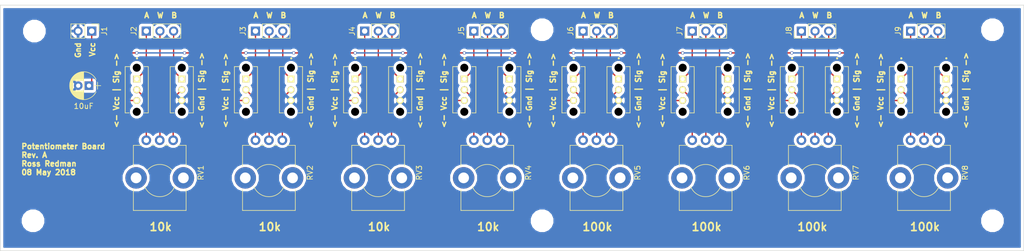
<source format=kicad_pcb>
(kicad_pcb (version 4) (host pcbnew 4.0.7)
  (layers (0 F.Cu signal) (31 B.Cu signal) (34 B.Paste user) (35 F.Paste user) (36 B.SilkS user) (37 F.SilkS user) (38 B.Mask user) (39 F.Mask user) (44 Edge.Cuts user))
  (net 0 "")
  (net 1 VCC)
  (net 2 GND)
  (net 3 "Net-(J2-Pad1)")
  (net 4 "Net-(J2-Pad2)")
  (net 5 "Net-(J2-Pad3)")
  (net 6 "Net-(J3-Pad1)")
  (net 7 "Net-(J3-Pad2)")
  (net 8 "Net-(J3-Pad3)")
  (net 9 "Net-(J4-Pad1)")
  (net 10 "Net-(J4-Pad2)")
  (net 11 "Net-(J4-Pad3)")
  (net 12 "Net-(J5-Pad1)")
  (net 13 "Net-(J5-Pad2)")
  (net 14 "Net-(J5-Pad3)")
  (net 15 "Net-(J6-Pad1)")
  (net 16 "Net-(J6-Pad2)")
  (net 17 "Net-(J6-Pad3)")
  (net 18 "Net-(J7-Pad1)")
  (net 19 "Net-(J7-Pad2)")
  (net 20 "Net-(J7-Pad3)")
  (net 21 "Net-(J8-Pad1)")
  (net 22 "Net-(J8-Pad2)")
  (net 23 "Net-(J8-Pad3)")
  (net 24 "Net-(J9-Pad1)")
  (net 25 "Net-(J9-Pad2)")
  (net 26 "Net-(J9-Pad3)")
  (net 27 "Net-(RV1-Pad3)")
  (net 28 "Net-(RV1-Pad1)")
  (net 29 "Net-(RV2-Pad3)")
  (net 30 "Net-(RV2-Pad1)")
  (net 31 "Net-(RV3-Pad3)")
  (net 32 "Net-(RV3-Pad1)")
  (net 33 "Net-(RV4-Pad3)")
  (net 34 "Net-(RV4-Pad1)")
  (net 35 "Net-(RV5-Pad3)")
  (net 36 "Net-(RV5-Pad1)")
  (net 37 "Net-(RV6-Pad3)")
  (net 38 "Net-(RV6-Pad1)")
  (net 39 "Net-(RV7-Pad3)")
  (net 40 "Net-(RV7-Pad1)")
  (net 41 "Net-(RV8-Pad3)")
  (net 42 "Net-(RV8-Pad1)")
  (module Capacitors_THT:CP_Radial_D5.0mm_P2.00mm (layer F.Cu) (at 36.83 111.506 180)
    (fp_text reference 10uF (at 1 -3.81 180) (layer F.SilkS))
    (fp_text value CP1)
    (pad 1 thru_hole rect (at 0 0 180) (size 1.6 1.6) (drill 0.8) (layers *.Cu *.Mask) (net 1 VCC))
    (pad 2 thru_hole circle (at 2 0 180) (size 1.6 1.6) (drill 0.8) (layers *.Cu *.Mask) (net 2 GND))
  )
  (module Socket_Strips:Socket_Strip_Straight_1x02_Pitch2.54mm (layer F.Cu) (at 37.338 101.346 270)
    (fp_text reference J1 (at 0 -2.33 270) (layer F.SilkS))
    (fp_text value Power)
    (pad 1 thru_hole rect (at 0 0 270) (size 1.7 1.7) (drill 1) (layers *.Cu *.Mask) (net 1 VCC))
    (pad 2 thru_hole oval (at 0 2.54 270) (size 1.7 1.7) (drill 1) (layers *.Cu *.Mask) (net 2 GND))
  )
  (module Socket_Strips:Socket_Strip_Straight_1x03_Pitch2.54mm (layer F.Cu) (at 47.498 101.346 90)
    (fp_text reference J2 (at 0 -2.33 90) (layer F.SilkS))
    (fp_text value "Conn 1x3")
    (pad 1 thru_hole rect (at 0 0 90) (size 1.7 1.7) (drill 1) (layers *.Cu *.Mask) (net 3 "Net-(J2-Pad1)"))
    (pad 2 thru_hole oval (at 0 2.54 90) (size 1.7 1.7) (drill 1) (layers *.Cu *.Mask) (net 4 "Net-(J2-Pad2)"))
    (pad 3 thru_hole oval (at 0 5.08 90) (size 1.7 1.7) (drill 1) (layers *.Cu *.Mask) (net 5 "Net-(J2-Pad3)"))
  )
  (module Socket_Strips:Socket_Strip_Straight_1x03_Pitch2.54mm (layer F.Cu) (at 67.818 101.346 90)
    (fp_text reference J3 (at 0 -2.33 90) (layer F.SilkS))
    (fp_text value "Conn 1x3")
    (pad 1 thru_hole rect (at 0 0 90) (size 1.7 1.7) (drill 1) (layers *.Cu *.Mask) (net 6 "Net-(J3-Pad1)"))
    (pad 2 thru_hole oval (at 0 2.54 90) (size 1.7 1.7) (drill 1) (layers *.Cu *.Mask) (net 7 "Net-(J3-Pad2)"))
    (pad 3 thru_hole oval (at 0 5.08 90) (size 1.7 1.7) (drill 1) (layers *.Cu *.Mask) (net 8 "Net-(J3-Pad3)"))
  )
  (module Socket_Strips:Socket_Strip_Straight_1x03_Pitch2.54mm (layer F.Cu) (at 88.138 101.346 90)
    (fp_text reference J4 (at 0 -2.33 90) (layer F.SilkS))
    (fp_text value "Conn 1x3")
    (pad 1 thru_hole rect (at 0 0 90) (size 1.7 1.7) (drill 1) (layers *.Cu *.Mask) (net 9 "Net-(J4-Pad1)"))
    (pad 2 thru_hole oval (at 0 2.54 90) (size 1.7 1.7) (drill 1) (layers *.Cu *.Mask) (net 10 "Net-(J4-Pad2)"))
    (pad 3 thru_hole oval (at 0 5.08 90) (size 1.7 1.7) (drill 1) (layers *.Cu *.Mask) (net 11 "Net-(J4-Pad3)"))
  )
  (module Socket_Strips:Socket_Strip_Straight_1x03_Pitch2.54mm (layer F.Cu) (at 108.458 101.346 90)
    (fp_text reference J5 (at 0 -2.33 90) (layer F.SilkS))
    (fp_text value "Conn 1x3")
    (pad 1 thru_hole rect (at 0 0 90) (size 1.7 1.7) (drill 1) (layers *.Cu *.Mask) (net 12 "Net-(J5-Pad1)"))
    (pad 2 thru_hole oval (at 0 2.54 90) (size 1.7 1.7) (drill 1) (layers *.Cu *.Mask) (net 13 "Net-(J5-Pad2)"))
    (pad 3 thru_hole oval (at 0 5.08 90) (size 1.7 1.7) (drill 1) (layers *.Cu *.Mask) (net 14 "Net-(J5-Pad3)"))
  )
  (module Socket_Strips:Socket_Strip_Straight_1x03_Pitch2.54mm (layer F.Cu) (at 128.778 101.346 90)
    (fp_text reference J6 (at 0 -2.33 90) (layer F.SilkS))
    (fp_text value "Conn 1x3")
    (pad 1 thru_hole rect (at 0 0 90) (size 1.7 1.7) (drill 1) (layers *.Cu *.Mask) (net 15 "Net-(J6-Pad1)"))
    (pad 2 thru_hole oval (at 0 2.54 90) (size 1.7 1.7) (drill 1) (layers *.Cu *.Mask) (net 16 "Net-(J6-Pad2)"))
    (pad 3 thru_hole oval (at 0 5.08 90) (size 1.7 1.7) (drill 1) (layers *.Cu *.Mask) (net 17 "Net-(J6-Pad3)"))
  )
  (module Socket_Strips:Socket_Strip_Straight_1x03_Pitch2.54mm (layer F.Cu) (at 149.098 101.346 90)
    (fp_text reference J7 (at 0 -2.33 90) (layer F.SilkS))
    (fp_text value "Conn 1x3")
    (pad 1 thru_hole rect (at 0 0 90) (size 1.7 1.7) (drill 1) (layers *.Cu *.Mask) (net 18 "Net-(J7-Pad1)"))
    (pad 2 thru_hole oval (at 0 2.54 90) (size 1.7 1.7) (drill 1) (layers *.Cu *.Mask) (net 19 "Net-(J7-Pad2)"))
    (pad 3 thru_hole oval (at 0 5.08 90) (size 1.7 1.7) (drill 1) (layers *.Cu *.Mask) (net 20 "Net-(J7-Pad3)"))
  )
  (module Socket_Strips:Socket_Strip_Straight_1x03_Pitch2.54mm (layer F.Cu) (at 169.418 101.346 90)
    (fp_text reference J8 (at 0 -2.33 90) (layer F.SilkS))
    (fp_text value "Conn 1x3")
    (pad 1 thru_hole rect (at 0 0 90) (size 1.7 1.7) (drill 1) (layers *.Cu *.Mask) (net 21 "Net-(J8-Pad1)"))
    (pad 2 thru_hole oval (at 0 2.54 90) (size 1.7 1.7) (drill 1) (layers *.Cu *.Mask) (net 22 "Net-(J8-Pad2)"))
    (pad 3 thru_hole oval (at 0 5.08 90) (size 1.7 1.7) (drill 1) (layers *.Cu *.Mask) (net 23 "Net-(J8-Pad3)"))
  )
  (module Socket_Strips:Socket_Strip_Straight_1x03_Pitch2.54mm (layer F.Cu) (at 189.738 101.346 90)
    (fp_text reference J9 (at 0 -2.33 90) (layer F.SilkS))
    (fp_text value "Conn 1x3")
    (pad 1 thru_hole rect (at 0 0 90) (size 1.7 1.7) (drill 1) (layers *.Cu *.Mask) (net 24 "Net-(J9-Pad1)"))
    (pad 2 thru_hole oval (at 0 2.54 90) (size 1.7 1.7) (drill 1) (layers *.Cu *.Mask) (net 25 "Net-(J9-Pad2)"))
    (pad 3 thru_hole oval (at 0 5.08 90) (size 1.7 1.7) (drill 1) (layers *.Cu *.Mask) (net 26 "Net-(J9-Pad3)"))
  )
  (module Potentiometers:Potentiometer_Bourns_PTV09A-1_Horizontal (layer F.Cu) (at 47.498 121.666 270)
    (fp_text reference RV1 (at 6.05 -10.15 270) (layer F.SilkS))
    (fp_text value POT)
    (pad 3 thru_hole circle (at 0 -5 270) (size 1.8 1.8) (drill 1) (layers *.Cu *.Mask) (net 27 "Net-(RV1-Pad3)"))
    (pad 2 thru_hole circle (at 0 -2.5 270) (size 1.8 1.8) (drill 1) (layers *.Cu *.Mask) (net 4 "Net-(J2-Pad2)"))
    (pad 1 thru_hole circle (at 0 0 270) (size 1.8 1.8) (drill 1) (layers *.Cu *.Mask) (net 28 "Net-(RV1-Pad1)"))
    (pad 0 np_thru_hole circle (at 7 -6.9 270) (size 4 4) (drill 2) (layers *.Cu *.Mask))
    (pad 0 np_thru_hole circle (at 7 1.9 270) (size 4 4) (drill 2) (layers *.Cu *.Mask))
  )
  (module Potentiometers:Potentiometer_Bourns_PTV09A-1_Horizontal (layer F.Cu) (at 67.818 121.666 270)
    (fp_text reference RV2 (at 6.05 -10.15 270) (layer F.SilkS))
    (fp_text value POT)
    (pad 3 thru_hole circle (at 0 -5 270) (size 1.8 1.8) (drill 1) (layers *.Cu *.Mask) (net 29 "Net-(RV2-Pad3)"))
    (pad 2 thru_hole circle (at 0 -2.5 270) (size 1.8 1.8) (drill 1) (layers *.Cu *.Mask) (net 7 "Net-(J3-Pad2)"))
    (pad 1 thru_hole circle (at 0 0 270) (size 1.8 1.8) (drill 1) (layers *.Cu *.Mask) (net 30 "Net-(RV2-Pad1)"))
    (pad 0 np_thru_hole circle (at 7 -6.9 270) (size 4 4) (drill 2) (layers *.Cu *.Mask))
    (pad 0 np_thru_hole circle (at 7 1.9 270) (size 4 4) (drill 2) (layers *.Cu *.Mask))
  )
  (module Potentiometers:Potentiometer_Bourns_PTV09A-1_Horizontal (layer F.Cu) (at 88.138 121.666 270)
    (fp_text reference RV3 (at 6.05 -10.15 270) (layer F.SilkS))
    (fp_text value POT)
    (pad 3 thru_hole circle (at 0 -5 270) (size 1.8 1.8) (drill 1) (layers *.Cu *.Mask) (net 31 "Net-(RV3-Pad3)"))
    (pad 2 thru_hole circle (at 0 -2.5 270) (size 1.8 1.8) (drill 1) (layers *.Cu *.Mask) (net 10 "Net-(J4-Pad2)"))
    (pad 1 thru_hole circle (at 0 0 270) (size 1.8 1.8) (drill 1) (layers *.Cu *.Mask) (net 32 "Net-(RV3-Pad1)"))
    (pad 0 np_thru_hole circle (at 7 -6.9 270) (size 4 4) (drill 2) (layers *.Cu *.Mask))
    (pad 0 np_thru_hole circle (at 7 1.9 270) (size 4 4) (drill 2) (layers *.Cu *.Mask))
  )
  (module Potentiometers:Potentiometer_Bourns_PTV09A-1_Horizontal (layer F.Cu) (at 108.458 121.666 270)
    (fp_text reference RV4 (at 6.05 -10.15 270) (layer F.SilkS))
    (fp_text value POT)
    (pad 3 thru_hole circle (at 0 -5 270) (size 1.8 1.8) (drill 1) (layers *.Cu *.Mask) (net 33 "Net-(RV4-Pad3)"))
    (pad 2 thru_hole circle (at 0 -2.5 270) (size 1.8 1.8) (drill 1) (layers *.Cu *.Mask) (net 13 "Net-(J5-Pad2)"))
    (pad 1 thru_hole circle (at 0 0 270) (size 1.8 1.8) (drill 1) (layers *.Cu *.Mask) (net 34 "Net-(RV4-Pad1)"))
    (pad 0 np_thru_hole circle (at 7 -6.9 270) (size 4 4) (drill 2) (layers *.Cu *.Mask))
    (pad 0 np_thru_hole circle (at 7 1.9 270) (size 4 4) (drill 2) (layers *.Cu *.Mask))
  )
  (module Potentiometers:Potentiometer_Bourns_PTV09A-1_Horizontal (layer F.Cu) (at 128.778 121.666 270)
    (fp_text reference RV5 (at 6.05 -10.15 270) (layer F.SilkS))
    (fp_text value POT)
    (pad 3 thru_hole circle (at 0 -5 270) (size 1.8 1.8) (drill 1) (layers *.Cu *.Mask) (net 35 "Net-(RV5-Pad3)"))
    (pad 2 thru_hole circle (at 0 -2.5 270) (size 1.8 1.8) (drill 1) (layers *.Cu *.Mask) (net 16 "Net-(J6-Pad2)"))
    (pad 1 thru_hole circle (at 0 0 270) (size 1.8 1.8) (drill 1) (layers *.Cu *.Mask) (net 36 "Net-(RV5-Pad1)"))
    (pad 0 np_thru_hole circle (at 7 -6.9 270) (size 4 4) (drill 2) (layers *.Cu *.Mask))
    (pad 0 np_thru_hole circle (at 7 1.9 270) (size 4 4) (drill 2) (layers *.Cu *.Mask))
  )
  (module Potentiometers:Potentiometer_Bourns_PTV09A-1_Horizontal (layer F.Cu) (at 149.098 121.666 270)
    (fp_text reference RV6 (at 6.05 -10.15 270) (layer F.SilkS))
    (fp_text value POT)
    (pad 3 thru_hole circle (at 0 -5 270) (size 1.8 1.8) (drill 1) (layers *.Cu *.Mask) (net 37 "Net-(RV6-Pad3)"))
    (pad 2 thru_hole circle (at 0 -2.5 270) (size 1.8 1.8) (drill 1) (layers *.Cu *.Mask) (net 19 "Net-(J7-Pad2)"))
    (pad 1 thru_hole circle (at 0 0 270) (size 1.8 1.8) (drill 1) (layers *.Cu *.Mask) (net 38 "Net-(RV6-Pad1)"))
    (pad 0 np_thru_hole circle (at 7 -6.9 270) (size 4 4) (drill 2) (layers *.Cu *.Mask))
    (pad 0 np_thru_hole circle (at 7 1.9 270) (size 4 4) (drill 2) (layers *.Cu *.Mask))
  )
  (module Potentiometers:Potentiometer_Bourns_PTV09A-1_Horizontal (layer F.Cu) (at 169.418 121.666 270)
    (fp_text reference RV7 (at 6.05 -10.15 270) (layer F.SilkS))
    (fp_text value POT)
    (pad 3 thru_hole circle (at 0 -5 270) (size 1.8 1.8) (drill 1) (layers *.Cu *.Mask) (net 39 "Net-(RV7-Pad3)"))
    (pad 2 thru_hole circle (at 0 -2.5 270) (size 1.8 1.8) (drill 1) (layers *.Cu *.Mask) (net 22 "Net-(J8-Pad2)"))
    (pad 1 thru_hole circle (at 0 0 270) (size 1.8 1.8) (drill 1) (layers *.Cu *.Mask) (net 40 "Net-(RV7-Pad1)"))
    (pad 0 np_thru_hole circle (at 7 -6.9 270) (size 4 4) (drill 2) (layers *.Cu *.Mask))
    (pad 0 np_thru_hole circle (at 7 1.9 270) (size 4 4) (drill 2) (layers *.Cu *.Mask))
  )
  (module Potentiometers:Potentiometer_Bourns_PTV09A-1_Horizontal (layer F.Cu) (at 189.738 121.666 270)
    (fp_text reference RV8 (at 6.05 -10.15 270) (layer F.SilkS))
    (fp_text value POT)
    (pad 3 thru_hole circle (at 0 -5 270) (size 1.8 1.8) (drill 1) (layers *.Cu *.Mask) (net 41 "Net-(RV8-Pad3)"))
    (pad 2 thru_hole circle (at 0 -2.5 270) (size 1.8 1.8) (drill 1) (layers *.Cu *.Mask) (net 25 "Net-(J9-Pad2)"))
    (pad 1 thru_hole circle (at 0 0 270) (size 1.8 1.8) (drill 1) (layers *.Cu *.Mask) (net 42 "Net-(RV8-Pad1)"))
    (pad 0 np_thru_hole circle (at 7 -6.9 270) (size 4 4) (drill 2) (layers *.Cu *.Mask))
    (pad 0 np_thru_hole circle (at 7 1.9 270) (size 4 4) (drill 2) (layers *.Cu *.Mask))
  )
  (module OS102011MS2QN1:SW_OS102011MS2QN1 (layer F.Cu) (at 54.102 112.268 270)
    (fp_text reference SW1 hide)
    (fp_text value SW_SPDT hide)
    (pad 1 thru_hole rect (at -2 0 270) (size 1.308 1.308) (drill 0.8) (layers *.Cu *.Mask F.SilkS) (net 5 "Net-(J2-Pad3)"))
    (pad 2 thru_hole circle (at 0 0 270) (size 1.308 1.308) (drill 0.8) (layers *.Cu *.Mask F.SilkS) (net 27 "Net-(RV1-Pad3)"))
    (pad 3 thru_hole circle (at 2 0 270) (size 1.308 1.308) (drill 0.8) (layers *.Cu *.Mask F.SilkS) (net 2 GND))
    (pad Hole np_thru_hole circle (at -4.1 0 270) (size 1.5 1.5) (drill 1.5) (layers))
    (pad Hole np_thru_hole circle (at 4.1 0 270) (size 1.5 1.5) (drill 1.5) (layers))
  )
  (module OS102011MS2QN1:SW_OS102011MS2QN1 (layer F.Cu) (at 74.422 112.268 270)
    (fp_text reference SW2 hide)
    (fp_text value SW_SPDT hide)
    (pad 1 thru_hole rect (at -2 0 270) (size 1.308 1.308) (drill 0.8) (layers *.Cu *.Mask F.SilkS) (net 8 "Net-(J3-Pad3)"))
    (pad 2 thru_hole circle (at 0 0 270) (size 1.308 1.308) (drill 0.8) (layers *.Cu *.Mask F.SilkS) (net 29 "Net-(RV2-Pad3)"))
    (pad 3 thru_hole circle (at 2 0 270) (size 1.308 1.308) (drill 0.8) (layers *.Cu *.Mask F.SilkS) (net 2 GND))
    (pad Hole np_thru_hole circle (at -4.1 0 270) (size 1.5 1.5) (drill 1.5) (layers))
    (pad Hole np_thru_hole circle (at 4.1 0 270) (size 1.5 1.5) (drill 1.5) (layers))
  )
  (module OS102011MS2QN1:SW_OS102011MS2QN1 (layer F.Cu) (at 45.72 112.268 270)
    (fp_text reference SW3 hide)
    (fp_text value SW_SPDT hide)
    (pad 1 thru_hole rect (at -2 0 270) (size 1.308 1.308) (drill 0.8) (layers *.Cu *.Mask F.SilkS) (net 3 "Net-(J2-Pad1)"))
    (pad 2 thru_hole circle (at 0 0 270) (size 1.308 1.308) (drill 0.8) (layers *.Cu *.Mask F.SilkS) (net 28 "Net-(RV1-Pad1)"))
    (pad 3 thru_hole circle (at 2 0 270) (size 1.308 1.308) (drill 0.8) (layers *.Cu *.Mask F.SilkS) (net 1 VCC))
    (pad Hole np_thru_hole circle (at -4.1 0 270) (size 1.5 1.5) (drill 1.5) (layers))
    (pad Hole np_thru_hole circle (at 4.1 0 270) (size 1.5 1.5) (drill 1.5) (layers))
  )
  (module OS102011MS2QN1:SW_OS102011MS2QN1 (layer F.Cu) (at 66.04 112.268 270)
    (fp_text reference SW4 hide)
    (fp_text value SW_SPDT hide)
    (pad 1 thru_hole rect (at -2 0 270) (size 1.308 1.308) (drill 0.8) (layers *.Cu *.Mask F.SilkS) (net 6 "Net-(J3-Pad1)"))
    (pad 2 thru_hole circle (at 0 0 270) (size 1.308 1.308) (drill 0.8) (layers *.Cu *.Mask F.SilkS) (net 30 "Net-(RV2-Pad1)"))
    (pad 3 thru_hole circle (at 2 0 270) (size 1.308 1.308) (drill 0.8) (layers *.Cu *.Mask F.SilkS) (net 1 VCC))
    (pad Hole np_thru_hole circle (at -4.1 0 270) (size 1.5 1.5) (drill 1.5) (layers))
    (pad Hole np_thru_hole circle (at 4.1 0 270) (size 1.5 1.5) (drill 1.5) (layers))
  )
  (module OS102011MS2QN1:SW_OS102011MS2QN1 (layer F.Cu) (at 94.742 112.268 270)
    (fp_text reference SW5 hide)
    (fp_text value SW_SPDT hide)
    (pad 1 thru_hole rect (at -2 0 270) (size 1.308 1.308) (drill 0.8) (layers *.Cu *.Mask F.SilkS) (net 11 "Net-(J4-Pad3)"))
    (pad 2 thru_hole circle (at 0 0 270) (size 1.308 1.308) (drill 0.8) (layers *.Cu *.Mask F.SilkS) (net 31 "Net-(RV3-Pad3)"))
    (pad 3 thru_hole circle (at 2 0 270) (size 1.308 1.308) (drill 0.8) (layers *.Cu *.Mask F.SilkS) (net 2 GND))
    (pad Hole np_thru_hole circle (at -4.1 0 270) (size 1.5 1.5) (drill 1.5) (layers))
    (pad Hole np_thru_hole circle (at 4.1 0 270) (size 1.5 1.5) (drill 1.5) (layers))
  )
  (module OS102011MS2QN1:SW_OS102011MS2QN1 (layer F.Cu) (at 115.062 112.268 270)
    (fp_text reference SW6 hide)
    (fp_text value SW_SPDT hide)
    (pad 1 thru_hole rect (at -2 0 270) (size 1.308 1.308) (drill 0.8) (layers *.Cu *.Mask F.SilkS) (net 14 "Net-(J5-Pad3)"))
    (pad 2 thru_hole circle (at 0 0 270) (size 1.308 1.308) (drill 0.8) (layers *.Cu *.Mask F.SilkS) (net 33 "Net-(RV4-Pad3)"))
    (pad 3 thru_hole circle (at 2 0 270) (size 1.308 1.308) (drill 0.8) (layers *.Cu *.Mask F.SilkS) (net 2 GND))
    (pad Hole np_thru_hole circle (at -4.1 0 270) (size 1.5 1.5) (drill 1.5) (layers))
    (pad Hole np_thru_hole circle (at 4.1 0 270) (size 1.5 1.5) (drill 1.5) (layers))
  )
  (module OS102011MS2QN1:SW_OS102011MS2QN1 (layer F.Cu) (at 86.36 112.268 270)
    (fp_text reference SW7 hide)
    (fp_text value SW_SPDT hide)
    (pad 1 thru_hole rect (at -2 0 270) (size 1.308 1.308) (drill 0.8) (layers *.Cu *.Mask F.SilkS) (net 9 "Net-(J4-Pad1)"))
    (pad 2 thru_hole circle (at 0 0 270) (size 1.308 1.308) (drill 0.8) (layers *.Cu *.Mask F.SilkS) (net 32 "Net-(RV3-Pad1)"))
    (pad 3 thru_hole circle (at 2 0 270) (size 1.308 1.308) (drill 0.8) (layers *.Cu *.Mask F.SilkS) (net 1 VCC))
    (pad Hole np_thru_hole circle (at -4.1 0 270) (size 1.5 1.5) (drill 1.5) (layers))
    (pad Hole np_thru_hole circle (at 4.1 0 270) (size 1.5 1.5) (drill 1.5) (layers))
  )
  (module OS102011MS2QN1:SW_OS102011MS2QN1 (layer F.Cu) (at 106.68 112.268 270)
    (fp_text reference SW8 hide)
    (fp_text value SW_SPDT hide)
    (pad 1 thru_hole rect (at -2 0 270) (size 1.308 1.308) (drill 0.8) (layers *.Cu *.Mask F.SilkS) (net 12 "Net-(J5-Pad1)"))
    (pad 2 thru_hole circle (at 0 0 270) (size 1.308 1.308) (drill 0.8) (layers *.Cu *.Mask F.SilkS) (net 34 "Net-(RV4-Pad1)"))
    (pad 3 thru_hole circle (at 2 0 270) (size 1.308 1.308) (drill 0.8) (layers *.Cu *.Mask F.SilkS) (net 1 VCC))
    (pad Hole np_thru_hole circle (at -4.1 0 270) (size 1.5 1.5) (drill 1.5) (layers))
    (pad Hole np_thru_hole circle (at 4.1 0 270) (size 1.5 1.5) (drill 1.5) (layers))
  )
  (module OS102011MS2QN1:SW_OS102011MS2QN1 (layer F.Cu) (at 135.382 112.268 270)
    (fp_text reference SW9 hide)
    (fp_text value SW_SPDT hide)
    (pad 1 thru_hole rect (at -2 0 270) (size 1.308 1.308) (drill 0.8) (layers *.Cu *.Mask F.SilkS) (net 17 "Net-(J6-Pad3)"))
    (pad 2 thru_hole circle (at 0 0 270) (size 1.308 1.308) (drill 0.8) (layers *.Cu *.Mask F.SilkS) (net 35 "Net-(RV5-Pad3)"))
    (pad 3 thru_hole circle (at 2 0 270) (size 1.308 1.308) (drill 0.8) (layers *.Cu *.Mask F.SilkS) (net 2 GND))
    (pad Hole np_thru_hole circle (at -4.1 0 270) (size 1.5 1.5) (drill 1.5) (layers))
    (pad Hole np_thru_hole circle (at 4.1 0 270) (size 1.5 1.5) (drill 1.5) (layers))
  )
  (module OS102011MS2QN1:SW_OS102011MS2QN1 (layer F.Cu) (at 155.702 112.268 270)
    (fp_text reference SW10 hide)
    (fp_text value SW_SPDT hide)
    (pad 1 thru_hole rect (at -2 0 270) (size 1.308 1.308) (drill 0.8) (layers *.Cu *.Mask F.SilkS) (net 20 "Net-(J7-Pad3)"))
    (pad 2 thru_hole circle (at 0 0 270) (size 1.308 1.308) (drill 0.8) (layers *.Cu *.Mask F.SilkS) (net 37 "Net-(RV6-Pad3)"))
    (pad 3 thru_hole circle (at 2 0 270) (size 1.308 1.308) (drill 0.8) (layers *.Cu *.Mask F.SilkS) (net 2 GND))
    (pad Hole np_thru_hole circle (at -4.1 0 270) (size 1.5 1.5) (drill 1.5) (layers))
    (pad Hole np_thru_hole circle (at 4.1 0 270) (size 1.5 1.5) (drill 1.5) (layers))
  )
  (module OS102011MS2QN1:SW_OS102011MS2QN1 (layer F.Cu) (at 127 112.268 270)
    (fp_text reference SW11 hide)
    (fp_text value SW_SPDT hide)
    (pad 1 thru_hole rect (at -2 0 270) (size 1.308 1.308) (drill 0.8) (layers *.Cu *.Mask F.SilkS) (net 15 "Net-(J6-Pad1)"))
    (pad 2 thru_hole circle (at 0 0 270) (size 1.308 1.308) (drill 0.8) (layers *.Cu *.Mask F.SilkS) (net 36 "Net-(RV5-Pad1)"))
    (pad 3 thru_hole circle (at 2 0 270) (size 1.308 1.308) (drill 0.8) (layers *.Cu *.Mask F.SilkS) (net 1 VCC))
    (pad Hole np_thru_hole circle (at -4.1 0 270) (size 1.5 1.5) (drill 1.5) (layers))
    (pad Hole np_thru_hole circle (at 4.1 0 270) (size 1.5 1.5) (drill 1.5) (layers))
  )
  (module OS102011MS2QN1:SW_OS102011MS2QN1 (layer F.Cu) (at 147.32 112.268 270)
    (fp_text reference SW12 hide)
    (fp_text value SW_SPDT hide)
    (pad 1 thru_hole rect (at -2 0 270) (size 1.308 1.308) (drill 0.8) (layers *.Cu *.Mask F.SilkS) (net 18 "Net-(J7-Pad1)"))
    (pad 2 thru_hole circle (at 0 0 270) (size 1.308 1.308) (drill 0.8) (layers *.Cu *.Mask F.SilkS) (net 38 "Net-(RV6-Pad1)"))
    (pad 3 thru_hole circle (at 2 0 270) (size 1.308 1.308) (drill 0.8) (layers *.Cu *.Mask F.SilkS) (net 1 VCC))
    (pad Hole np_thru_hole circle (at -4.1 0 270) (size 1.5 1.5) (drill 1.5) (layers))
    (pad Hole np_thru_hole circle (at 4.1 0 270) (size 1.5 1.5) (drill 1.5) (layers))
  )
  (module OS102011MS2QN1:SW_OS102011MS2QN1 (layer F.Cu) (at 176.022 112.268 270)
    (fp_text reference SW13 hide)
    (fp_text value SW_SPDT hide)
    (pad 1 thru_hole rect (at -2 0 270) (size 1.308 1.308) (drill 0.8) (layers *.Cu *.Mask F.SilkS) (net 23 "Net-(J8-Pad3)"))
    (pad 2 thru_hole circle (at 0 0 270) (size 1.308 1.308) (drill 0.8) (layers *.Cu *.Mask F.SilkS) (net 39 "Net-(RV7-Pad3)"))
    (pad 3 thru_hole circle (at 2 0 270) (size 1.308 1.308) (drill 0.8) (layers *.Cu *.Mask F.SilkS) (net 2 GND))
    (pad Hole np_thru_hole circle (at -4.1 0 270) (size 1.5 1.5) (drill 1.5) (layers))
    (pad Hole np_thru_hole circle (at 4.1 0 270) (size 1.5 1.5) (drill 1.5) (layers))
  )
  (module OS102011MS2QN1:SW_OS102011MS2QN1 (layer F.Cu) (at 196.342 112.268 270)
    (fp_text reference SW14 hide)
    (fp_text value SW_SPDT hide)
    (pad 1 thru_hole rect (at -2 0 270) (size 1.308 1.308) (drill 0.8) (layers *.Cu *.Mask F.SilkS) (net 26 "Net-(J9-Pad3)"))
    (pad 2 thru_hole circle (at 0 0 270) (size 1.308 1.308) (drill 0.8) (layers *.Cu *.Mask F.SilkS) (net 41 "Net-(RV8-Pad3)"))
    (pad 3 thru_hole circle (at 2 0 270) (size 1.308 1.308) (drill 0.8) (layers *.Cu *.Mask F.SilkS) (net 2 GND))
    (pad Hole np_thru_hole circle (at -4.1 0 270) (size 1.5 1.5) (drill 1.5) (layers))
    (pad Hole np_thru_hole circle (at 4.1 0 270) (size 1.5 1.5) (drill 1.5) (layers))
  )
  (module OS102011MS2QN1:SW_OS102011MS2QN1 (layer F.Cu) (at 167.64 112.268 270)
    (fp_text reference SW15 hide)
    (fp_text value SW_SPDT hide)
    (pad 1 thru_hole rect (at -2 0 270) (size 1.308 1.308) (drill 0.8) (layers *.Cu *.Mask F.SilkS) (net 21 "Net-(J8-Pad1)"))
    (pad 2 thru_hole circle (at 0 0 270) (size 1.308 1.308) (drill 0.8) (layers *.Cu *.Mask F.SilkS) (net 40 "Net-(RV7-Pad1)"))
    (pad 3 thru_hole circle (at 2 0 270) (size 1.308 1.308) (drill 0.8) (layers *.Cu *.Mask F.SilkS) (net 1 VCC))
    (pad Hole np_thru_hole circle (at -4.1 0 270) (size 1.5 1.5) (drill 1.5) (layers))
    (pad Hole np_thru_hole circle (at 4.1 0 270) (size 1.5 1.5) (drill 1.5) (layers))
  )
  (module OS102011MS2QN1:SW_OS102011MS2QN1 (layer F.Cu) (at 187.96 112.268 270)
    (fp_text reference SW16 hide)
    (fp_text value SW_SPDT hide)
    (pad 1 thru_hole rect (at -2 0 270) (size 1.308 1.308) (drill 0.8) (layers *.Cu *.Mask F.SilkS) (net 24 "Net-(J9-Pad1)"))
    (pad 2 thru_hole circle (at 0 0 270) (size 1.308 1.308) (drill 0.8) (layers *.Cu *.Mask F.SilkS) (net 42 "Net-(RV8-Pad1)"))
    (pad 3 thru_hole circle (at 2 0 270) (size 1.308 1.308) (drill 0.8) (layers *.Cu *.Mask F.SilkS) (net 1 VCC))
    (pad Hole np_thru_hole circle (at -4.1 0 270) (size 1.5 1.5) (drill 1.5) (layers))
    (pad Hole np_thru_hole circle (at 4.1 0 270) (size 1.5 1.5) (drill 1.5) (layers))
  )
  (module Mounting_Holes:MountingHole_3.2mm_M3 (layer F.Cu) (at 26.416 136.652 270)
    (fp_text reference MK1 hide)
    (fp_text value Mounting_Hole)
    (pad 1 np_thru_hole circle (at 0 0 270) (size 3.2 3.2) (drill 3.2) (layers *.Cu *.Mask))
  )
  (module Mounting_Holes:MountingHole_3.2mm_M3 (layer F.Cu) (at 204.978 101.092 270)
    (fp_text reference MK2 hide)
    (fp_text value Mounting_Hole)
    (pad 1 np_thru_hole circle (at 0 0 270) (size 3.2 3.2) (drill 3.2) (layers *.Cu *.Mask))
  )
  (module Mounting_Holes:MountingHole_3.2mm_M3 (layer F.Cu) (at 26.67 101.346 270)
    (fp_text reference MK3 hide)
    (fp_text value Mounting_Hole)
    (pad 1 np_thru_hole circle (at 0 0 270) (size 3.2 3.2) (drill 3.2) (layers *.Cu *.Mask))
  )
  (module Mounting_Holes:MountingHole_3.2mm_M3 (layer F.Cu) (at 204.978 136.652 270)
    (fp_text reference MK4 hide)
    (fp_text value Mounting_Hole)
    (pad 1 np_thru_hole circle (at 0 0 270) (size 3.2 3.2) (drill 3.2) (layers *.Cu *.Mask))
  )
  (module Mounting_Holes:MountingHole_3.2mm_M3 (layer F.Cu) (at 121.158 101.092)
    (fp_text reference MK5 hide)
    (fp_text value Mounting_Hole)
    (pad 1 np_thru_hole circle (at 0 0) (size 3.2 3.2) (drill 3.2) (layers *.Cu *.Mask))
  )
  (module Mounting_Holes:MountingHole_3.2mm_M3 (layer F.Cu) (at 121.158 136.652)
    (fp_text reference MK6 hide)
    (fp_text value Mounting_Hole)
    (pad 1 np_thru_hole circle (at 0 0) (size 3.2 3.2) (drill 3.2) (layers *.Cu *.Mask))
  )
  (gr_text "Potentiometer Board\nRev. A\nRoss Redman\n08 May 2018" (at 24.13 125.222) (layer F.SilkS) (effects (font (size 1 1) (thickness 0.25)) (justify left)))
  (gr_line (start 20.32 142.24) (end 20.32 96.52) (angle 90) (layer Edge.Cuts) (width 0.1))
  (gr_line (start 210.82 142.24) (end 20.32 142.24) (angle 90) (layer Edge.Cuts) (width 0.1))
  (gr_line (start 210.82 96.52) (end 210.82 142.24) (angle 90) (layer Edge.Cuts) (width 0.1))
  (gr_line (start 20.32 96.52) (end 210.82 96.52) (angle 90) (layer Edge.Cuts) (width 0.1))
  (gr_text Gnd (at 34.798 104.902 90) (layer F.SilkS) (effects (font (size 1 1) (thickness 0.25))))
  (gr_text Vcc (at 37.465 104.775 90) (layer F.SilkS) (effects (font (size 1 1) (thickness 0.25))))
  (gr_text "A  W  B" (at 50.165 98.425) (layer F.SilkS) (effects (font (size 1 1) (thickness 0.25))))
  (gr_text "A  W  B" (at 70.485 98.425) (layer F.SilkS) (effects (font (size 1 1) (thickness 0.25))))
  (gr_text "A  W  B" (at 90.805 98.425) (layer F.SilkS) (effects (font (size 1 1) (thickness 0.25))))
  (gr_text "A  W  B" (at 111.125 98.425) (layer F.SilkS) (effects (font (size 1 1) (thickness 0.25))))
  (gr_text "A  W  B" (at 131.445 98.425) (layer F.SilkS) (effects (font (size 1 1) (thickness 0.25))))
  (gr_text "A  W  B" (at 151.765 98.425) (layer F.SilkS) (effects (font (size 1 1) (thickness 0.25))))
  (gr_text "A  W  B" (at 172.085 98.425) (layer F.SilkS) (effects (font (size 1 1) (thickness 0.25))))
  (gr_text "A  W  B" (at 192.405 98.425) (layer F.SilkS) (effects (font (size 1 1) (thickness 0.25))))
  (gr_text "<- Vcc | Sig ->" (at 184.15 112.395 90) (layer F.SilkS) (effects (font (size 1 1) (thickness 0.25))))
  (gr_text "<- Vcc | Sig ->" (at 163.83 112.395 90) (layer F.SilkS) (effects (font (size 1 1) (thickness 0.25))))
  (gr_text "<- Vcc | Sig ->" (at 143.51 112.395 90) (layer F.SilkS) (effects (font (size 1 1) (thickness 0.25))))
  (gr_text "<- Gnd | Sig ->" (at 200.025 112.395 90) (layer F.SilkS) (effects (font (size 1 1) (thickness 0.25))))
  (gr_text "<- Gnd | Sig ->" (at 179.705 112.395 90) (layer F.SilkS) (effects (font (size 1 1) (thickness 0.25))))
  (gr_text "<- Gnd | Sig ->" (at 159.385 112.395 90) (layer F.SilkS) (effects (font (size 1 1) (thickness 0.25))))
  (gr_text "<- Vcc | Sig ->" (at 123.19 112.395 90) (layer F.SilkS) (effects (font (size 1 1) (thickness 0.25))))
  (gr_text "<- Gnd | Sig ->" (at 139.065 112.395 90) (layer F.SilkS) (effects (font (size 1 1) (thickness 0.25))))
  (gr_text "<- Gnd | Sig ->" (at 118.745 112.395 90) (layer F.SilkS) (effects (font (size 1 1) (thickness 0.25))))
  (gr_text "<- Vcc | Sig ->" (at 102.87 112.395 90) (layer F.SilkS) (effects (font (size 1 1) (thickness 0.25))))
  (gr_text "<- Vcc | Sig ->" (at 82.55 112.395 90) (layer F.SilkS) (effects (font (size 1 1) (thickness 0.25))))
  (gr_text "<- Gnd | Sig ->" (at 98.425 112.395 90) (layer F.SilkS) (effects (font (size 1 1) (thickness 0.25))))
  (gr_text "<- Vcc | Sig ->" (at 62.23 112.395 90) (layer F.SilkS) (effects (font (size 1 1) (thickness 0.25))))
  (gr_text "<- Gnd | Sig ->" (at 78.105 112.395 90) (layer F.SilkS) (effects (font (size 1 1) (thickness 0.25))))
  (gr_text "<- Gnd | Sig ->" (at 57.785 112.395 90) (layer F.SilkS) (effects (font (size 1 1) (thickness 0.25))))
  (gr_text "<- Vcc | Sig ->" (at 41.91 112.395 90) (layer F.SilkS) (effects (font (size 1 1) (thickness 0.25))))
  (gr_text 100k (at 192.405 137.795) (layer F.SilkS) (effects (font (size 1.5 1.5) (thickness 0.3))))
  (gr_text 100k (at 171.45 137.795) (layer F.SilkS) (effects (font (size 1.5 1.5) (thickness 0.3))))
  (gr_text 100k (at 151.765 137.795) (layer F.SilkS) (effects (font (size 1.5 1.5) (thickness 0.3))))
  (gr_text 100k (at 131.445 137.795) (layer F.SilkS) (effects (font (size 1.5 1.5) (thickness 0.3))))
  (gr_text 10k (at 111.125 137.795) (layer F.SilkS) (effects (font (size 1.5 1.5) (thickness 0.3))))
  (gr_text 10k (at 90.805 137.795) (layer F.SilkS) (effects (font (size 1.5 1.5) (thickness 0.3))))
  (gr_text 10k (at 70.485 137.795) (layer F.SilkS) (effects (font (size 1.5 1.5) (thickness 0.3))))
  (gr_text 10k (at 50.165 137.795) (layer F.SilkS) (effects (font (size 1.5 1.5) (thickness 0.3))))
  (segment (start 39.37 105.41) (end 38.1 105.41) (width 0.25) (layer F.Cu) (net 1))
  (segment (start 38.1 105.41) (end 37.338 104.648) (width 0.25) (layer F.Cu) (net 1))
  (segment (start 167.64 114.268) (end 166.338 114.268) (width 0.25) (layer F.Cu) (net 1))
  (segment (start 163.83 107.95) (end 161.29 105.41) (width 0.25) (layer F.Cu) (net 1))
  (segment (start 163.83 111.76) (end 163.83 107.95) (width 0.25) (layer F.Cu) (net 1))
  (segment (start 166.338 114.268) (end 163.83 111.76) (width 0.25) (layer F.Cu) (net 1))
  (segment (start 147.32 114.268) (end 146.018 114.268) (width 0.25) (layer F.Cu) (net 1))
  (segment (start 143.51 107.95) (end 140.97 105.41) (width 0.25) (layer F.Cu) (net 1))
  (segment (start 143.51 111.76) (end 143.51 107.95) (width 0.25) (layer F.Cu) (net 1))
  (segment (start 146.018 114.268) (end 143.51 111.76) (width 0.25) (layer F.Cu) (net 1))
  (segment (start 106.68 114.268) (end 105.378 114.268) (width 0.25) (layer F.Cu) (net 1))
  (segment (start 102.87 107.95) (end 100.33 105.41) (width 0.25) (layer F.Cu) (net 1))
  (segment (start 102.87 111.76) (end 102.87 107.95) (width 0.25) (layer F.Cu) (net 1))
  (segment (start 105.378 114.268) (end 102.87 111.76) (width 0.25) (layer F.Cu) (net 1))
  (segment (start 127 114.268) (end 125.698 114.268) (width 0.25) (layer F.Cu) (net 1))
  (segment (start 123.19 107.95) (end 120.65 105.41) (width 0.25) (layer F.Cu) (net 1))
  (segment (start 123.19 109.22) (end 123.19 107.95) (width 0.25) (layer F.Cu) (net 1))
  (segment (start 123.19 111.76) (end 123.19 109.22) (width 0.25) (layer F.Cu) (net 1))
  (segment (start 125.698 114.268) (end 123.19 111.76) (width 0.25) (layer F.Cu) (net 1))
  (segment (start 86.36 114.268) (end 85.058 114.268) (width 0.25) (layer F.Cu) (net 1))
  (segment (start 82.55 107.95) (end 80.01 105.41) (width 0.25) (layer F.Cu) (net 1))
  (segment (start 82.55 111.76) (end 82.55 107.95) (width 0.25) (layer F.Cu) (net 1))
  (segment (start 85.058 114.268) (end 82.55 111.76) (width 0.25) (layer F.Cu) (net 1))
  (segment (start 66.04 114.268) (end 64.738 114.268) (width 0.25) (layer F.Cu) (net 1))
  (segment (start 62.23 107.95) (end 59.69 105.41) (width 0.25) (layer F.Cu) (net 1))
  (segment (start 62.23 111.76) (end 62.23 107.95) (width 0.25) (layer F.Cu) (net 1))
  (segment (start 64.738 114.268) (end 62.23 111.76) (width 0.25) (layer F.Cu) (net 1))
  (segment (start 45.72 114.268) (end 44.418 114.268) (width 0.25) (layer F.Cu) (net 1))
  (segment (start 185.388 114.268) (end 184.15 113.03) (width 0.25) (layer F.Cu) (net 1))
  (segment (start 184.15 113.03) (end 184.15 106.68) (width 0.25) (layer F.Cu) (net 1))
  (segment (start 184.15 106.68) (end 182.88 105.41) (width 0.25) (layer F.Cu) (net 1))
  (segment (start 182.88 105.41) (end 176.53 105.41) (width 0.25) (layer F.Cu) (net 1))
  (via (at 176.53 105.41) (size 0.6) (drill 0.4) (layers F.Cu B.Cu) (net 1))
  (segment (start 176.53 105.41) (end 167.64 105.41) (width 0.25) (layer B.Cu) (net 1))
  (via (at 167.64 105.41) (size 0.6) (drill 0.4) (layers F.Cu B.Cu) (net 1))
  (segment (start 167.64 105.41) (end 161.29 105.41) (width 0.25) (layer F.Cu) (net 1))
  (segment (start 161.29 105.41) (end 156.21 105.41) (width 0.25) (layer F.Cu) (net 1))
  (via (at 156.21 105.41) (size 0.6) (drill 0.4) (layers F.Cu B.Cu) (net 1))
  (segment (start 156.21 105.41) (end 147.32 105.41) (width 0.25) (layer B.Cu) (net 1))
  (via (at 147.32 105.41) (size 0.6) (drill 0.4) (layers F.Cu B.Cu) (net 1))
  (segment (start 147.32 105.41) (end 140.97 105.41) (width 0.25) (layer F.Cu) (net 1))
  (segment (start 140.97 105.41) (end 135.89 105.41) (width 0.25) (layer F.Cu) (net 1))
  (via (at 135.89 105.41) (size 0.6) (drill 0.4) (layers F.Cu B.Cu) (net 1))
  (segment (start 135.89 105.41) (end 127 105.41) (width 0.25) (layer B.Cu) (net 1))
  (via (at 127 105.41) (size 0.6) (drill 0.4) (layers F.Cu B.Cu) (net 1))
  (segment (start 127 105.41) (end 120.65 105.41) (width 0.25) (layer F.Cu) (net 1))
  (segment (start 120.65 105.41) (end 115.57 105.41) (width 0.25) (layer F.Cu) (net 1))
  (via (at 115.57 105.41) (size 0.6) (drill 0.4) (layers F.Cu B.Cu) (net 1))
  (segment (start 115.57 105.41) (end 106.68 105.41) (width 0.25) (layer B.Cu) (net 1))
  (via (at 106.68 105.41) (size 0.6) (drill 0.4) (layers F.Cu B.Cu) (net 1))
  (segment (start 106.68 105.41) (end 100.33 105.41) (width 0.25) (layer F.Cu) (net 1))
  (segment (start 100.33 105.41) (end 95.25 105.41) (width 0.25) (layer F.Cu) (net 1))
  (via (at 95.25 105.41) (size 0.6) (drill 0.4) (layers F.Cu B.Cu) (net 1))
  (segment (start 95.25 105.41) (end 86.36 105.41) (width 0.25) (layer B.Cu) (net 1))
  (via (at 86.36 105.41) (size 0.6) (drill 0.4) (layers F.Cu B.Cu) (net 1))
  (segment (start 86.36 105.41) (end 80.01 105.41) (width 0.25) (layer F.Cu) (net 1))
  (segment (start 80.01 105.41) (end 74.93 105.41) (width 0.25) (layer F.Cu) (net 1))
  (via (at 74.93 105.41) (size 0.6) (drill 0.4) (layers F.Cu B.Cu) (net 1))
  (segment (start 74.93 105.41) (end 66.04 105.41) (width 0.25) (layer B.Cu) (net 1))
  (via (at 66.04 105.41) (size 0.6) (drill 0.4) (layers F.Cu B.Cu) (net 1))
  (segment (start 66.04 105.41) (end 59.69 105.41) (width 0.25) (layer F.Cu) (net 1))
  (segment (start 59.69 105.41) (end 54.61 105.41) (width 0.25) (layer F.Cu) (net 1))
  (via (at 54.61 105.41) (size 0.6) (drill 0.4) (layers F.Cu B.Cu) (net 1))
  (segment (start 54.61 105.41) (end 45.72 105.41) (width 0.25) (layer B.Cu) (net 1))
  (via (at 45.72 105.41) (size 0.6) (drill 0.4) (layers F.Cu B.Cu) (net 1))
  (segment (start 45.72 105.41) (end 39.37 105.41) (width 0.25) (layer F.Cu) (net 1))
  (segment (start 185.388 114.268) (end 187.96 114.268) (width 0.25) (layer F.Cu) (net 1))
  (segment (start 41.91 107.95) (end 39.37 105.41) (width 0.25) (layer F.Cu) (net 1))
  (segment (start 41.91 111.76) (end 41.91 107.95) (width 0.25) (layer F.Cu) (net 1))
  (segment (start 44.418 114.268) (end 41.91 111.76) (width 0.25) (layer F.Cu) (net 1))
  (segment (start 37.338 101.346) (end 37.338 104.648) (width 0.25) (layer F.Cu) (net 1))
  (segment (start 37.338 104.648) (end 37.338 110.998) (width 0.25) (layer F.Cu) (net 1))
  (segment (start 37.338 110.998) (end 36.83 111.506) (width 0.25) (layer F.Cu) (net 1))
  (segment (start 47.498 101.346) (end 47.498 108.49) (width 0.25) (layer F.Cu) (net 3))
  (segment (start 47.498 108.49) (end 45.72 110.268) (width 0.25) (layer F.Cu) (net 3))
  (segment (start 50.038 101.346) (end 50.038 121.626) (width 0.25) (layer F.Cu) (net 4))
  (segment (start 50.038 121.626) (end 49.998 121.666) (width 0.25) (layer F.Cu) (net 4))
  (segment (start 52.578 101.346) (end 52.578 108.744) (width 0.25) (layer F.Cu) (net 5))
  (segment (start 52.578 108.744) (end 54.102 110.268) (width 0.25) (layer F.Cu) (net 5))
  (segment (start 67.818 101.346) (end 67.818 108.49) (width 0.25) (layer F.Cu) (net 6))
  (segment (start 67.818 108.49) (end 66.04 110.268) (width 0.25) (layer F.Cu) (net 6))
  (segment (start 70.358 101.346) (end 70.358 121.626) (width 0.25) (layer F.Cu) (net 7))
  (segment (start 70.358 121.626) (end 70.318 121.666) (width 0.25) (layer F.Cu) (net 7))
  (segment (start 72.898 101.346) (end 72.898 108.744) (width 0.25) (layer F.Cu) (net 8))
  (segment (start 72.898 108.744) (end 74.422 110.268) (width 0.25) (layer F.Cu) (net 8))
  (segment (start 88.138 101.346) (end 88.138 108.49) (width 0.25) (layer F.Cu) (net 9))
  (segment (start 88.138 108.49) (end 86.36 110.268) (width 0.25) (layer F.Cu) (net 9))
  (segment (start 90.678 101.346) (end 90.678 121.626) (width 0.25) (layer F.Cu) (net 10))
  (segment (start 90.678 121.626) (end 90.638 121.666) (width 0.25) (layer F.Cu) (net 10))
  (segment (start 93.218 101.346) (end 93.218 108.744) (width 0.25) (layer F.Cu) (net 11))
  (segment (start 93.218 108.744) (end 94.742 110.268) (width 0.25) (layer F.Cu) (net 11))
  (segment (start 108.458 101.346) (end 108.458 108.49) (width 0.25) (layer F.Cu) (net 12))
  (segment (start 108.458 108.49) (end 106.68 110.268) (width 0.25) (layer F.Cu) (net 12))
  (segment (start 110.998 101.346) (end 110.998 121.626) (width 0.25) (layer F.Cu) (net 13))
  (segment (start 110.998 121.626) (end 110.958 121.666) (width 0.25) (layer F.Cu) (net 13))
  (segment (start 113.538 101.346) (end 113.538 108.744) (width 0.25) (layer F.Cu) (net 14))
  (segment (start 113.538 108.744) (end 115.062 110.268) (width 0.25) (layer F.Cu) (net 14))
  (segment (start 128.778 101.346) (end 128.778 108.49) (width 0.25) (layer F.Cu) (net 15))
  (segment (start 128.778 108.49) (end 127 110.268) (width 0.25) (layer F.Cu) (net 15))
  (segment (start 131.318 101.346) (end 131.318 121.626) (width 0.25) (layer F.Cu) (net 16))
  (segment (start 131.318 121.626) (end 131.278 121.666) (width 0.25) (layer F.Cu) (net 16))
  (segment (start 133.858 101.346) (end 133.858 108.744) (width 0.25) (layer F.Cu) (net 17))
  (segment (start 133.858 108.744) (end 135.382 110.268) (width 0.25) (layer F.Cu) (net 17))
  (segment (start 149.098 101.346) (end 149.098 108.49) (width 0.25) (layer F.Cu) (net 18))
  (segment (start 149.098 108.49) (end 147.32 110.268) (width 0.25) (layer F.Cu) (net 18))
  (segment (start 151.638 101.346) (end 151.638 121.626) (width 0.25) (layer F.Cu) (net 19))
  (segment (start 151.638 121.626) (end 151.598 121.666) (width 0.25) (layer F.Cu) (net 19))
  (segment (start 154.178 101.346) (end 154.178 108.744) (width 0.25) (layer F.Cu) (net 20))
  (segment (start 154.178 108.744) (end 155.702 110.268) (width 0.25) (layer F.Cu) (net 20))
  (segment (start 169.418 101.346) (end 169.418 108.49) (width 0.25) (layer F.Cu) (net 21))
  (segment (start 169.418 108.49) (end 167.64 110.268) (width 0.25) (layer F.Cu) (net 21))
  (segment (start 171.958 101.346) (end 171.958 121.626) (width 0.25) (layer F.Cu) (net 22))
  (segment (start 171.958 121.626) (end 171.918 121.666) (width 0.25) (layer F.Cu) (net 22))
  (segment (start 174.498 101.346) (end 174.498 108.744) (width 0.25) (layer F.Cu) (net 23))
  (segment (start 174.498 108.744) (end 176.022 110.268) (width 0.25) (layer F.Cu) (net 23))
  (segment (start 189.738 101.346) (end 189.738 108.49) (width 0.25) (layer F.Cu) (net 24))
  (segment (start 189.738 108.49) (end 187.96 110.268) (width 0.25) (layer F.Cu) (net 24))
  (segment (start 192.278 101.346) (end 192.278 121.626) (width 0.25) (layer F.Cu) (net 25))
  (segment (start 192.278 121.626) (end 192.238 121.666) (width 0.25) (layer F.Cu) (net 25))
  (segment (start 194.818 101.346) (end 194.818 108.744) (width 0.25) (layer F.Cu) (net 26))
  (segment (start 194.818 108.744) (end 196.342 110.268) (width 0.25) (layer F.Cu) (net 26))
  (segment (start 52.498 121.666) (end 52.498 113.872) (width 0.25) (layer F.Cu) (net 27))
  (segment (start 52.498 113.872) (end 54.102 112.268) (width 0.25) (layer F.Cu) (net 27))
  (segment (start 47.498 121.666) (end 47.498 114.046) (width 0.25) (layer F.Cu) (net 28))
  (segment (start 47.498 114.046) (end 45.72 112.268) (width 0.25) (layer F.Cu) (net 28))
  (segment (start 72.818 121.666) (end 72.818 113.872) (width 0.25) (layer F.Cu) (net 29))
  (segment (start 72.818 113.872) (end 74.422 112.268) (width 0.25) (layer F.Cu) (net 29))
  (segment (start 67.818 121.666) (end 67.818 114.046) (width 0.25) (layer F.Cu) (net 30))
  (segment (start 67.818 114.046) (end 66.04 112.268) (width 0.25) (layer F.Cu) (net 30))
  (segment (start 93.138 121.666) (end 93.138 113.872) (width 0.25) (layer F.Cu) (net 31))
  (segment (start 93.138 113.872) (end 94.742 112.268) (width 0.25) (layer F.Cu) (net 31))
  (segment (start 88.138 121.666) (end 88.138 114.046) (width 0.25) (layer F.Cu) (net 32))
  (segment (start 88.138 114.046) (end 86.36 112.268) (width 0.25) (layer F.Cu) (net 32))
  (segment (start 113.458 121.666) (end 113.458 113.872) (width 0.25) (layer F.Cu) (net 33))
  (segment (start 113.458 113.872) (end 115.062 112.268) (width 0.25) (layer F.Cu) (net 33))
  (segment (start 108.458 121.666) (end 108.458 114.046) (width 0.25) (layer F.Cu) (net 34))
  (segment (start 108.458 114.046) (end 106.68 112.268) (width 0.25) (layer F.Cu) (net 34))
  (segment (start 133.778 121.666) (end 133.778 113.872) (width 0.25) (layer F.Cu) (net 35))
  (segment (start 133.778 113.872) (end 135.382 112.268) (width 0.25) (layer F.Cu) (net 35))
  (segment (start 128.778 121.666) (end 128.778 114.046) (width 0.25) (layer F.Cu) (net 36))
  (segment (start 128.778 114.046) (end 127 112.268) (width 0.25) (layer F.Cu) (net 36))
  (segment (start 154.098 121.666) (end 154.098 113.872) (width 0.25) (layer F.Cu) (net 37))
  (segment (start 154.098 113.872) (end 155.702 112.268) (width 0.25) (layer F.Cu) (net 37))
  (segment (start 149.098 121.666) (end 149.098 114.046) (width 0.25) (layer F.Cu) (net 38))
  (segment (start 149.098 114.046) (end 147.32 112.268) (width 0.25) (layer F.Cu) (net 38))
  (segment (start 174.418 121.666) (end 174.418 113.872) (width 0.25) (layer F.Cu) (net 39))
  (segment (start 174.418 113.872) (end 176.022 112.268) (width 0.25) (layer F.Cu) (net 39))
  (segment (start 169.418 121.666) (end 169.418 114.046) (width 0.25) (layer F.Cu) (net 40))
  (segment (start 169.418 114.046) (end 167.64 112.268) (width 0.25) (layer F.Cu) (net 40))
  (segment (start 194.738 121.666) (end 194.738 113.872) (width 0.25) (layer F.Cu) (net 41))
  (segment (start 194.738 113.872) (end 196.342 112.268) (width 0.25) (layer F.Cu) (net 41))
  (segment (start 189.738 121.666) (end 189.738 114.046) (width 0.25) (layer F.Cu) (net 42))
  (segment (start 189.738 114.046) (end 187.96 112.268) (width 0.25) (layer F.Cu) (net 42))
  (zone (net 2) (net_name GND) (layer B.Cu) (connect_pads (clearance 0.508)) (min_thickness 0.254) (fill yes (arc_segments 16) (thermal_gap 0.508) (thermal_bridge_width 0.508))
    (polygon (pts (xy 210.82 142.24) (xy 20.32 142.24) (xy 20.32 96.52) (xy 210.82 96.52)))
  )
)
</source>
